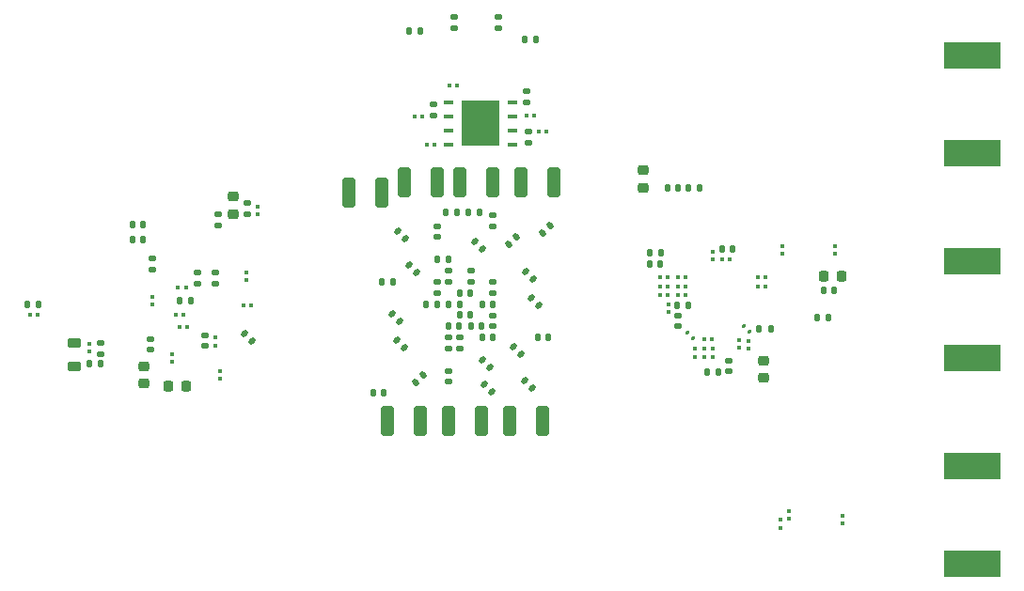
<source format=gbp>
%TF.GenerationSoftware,KiCad,Pcbnew,8.0.1*%
%TF.CreationDate,2024-04-14T19:48:43+02:00*%
%TF.ProjectId,start_1,73746172-745f-4312-9e6b-696361645f70,rev?*%
%TF.SameCoordinates,Original*%
%TF.FileFunction,Paste,Bot*%
%TF.FilePolarity,Positive*%
%FSLAX46Y46*%
G04 Gerber Fmt 4.6, Leading zero omitted, Abs format (unit mm)*
G04 Created by KiCad (PCBNEW 8.0.1) date 2024-04-14 19:48:43*
%MOMM*%
%LPD*%
G01*
G04 APERTURE LIST*
G04 Aperture macros list*
%AMRoundRect*
0 Rectangle with rounded corners*
0 $1 Rounding radius*
0 $2 $3 $4 $5 $6 $7 $8 $9 X,Y pos of 4 corners*
0 Add a 4 corners polygon primitive as box body*
4,1,4,$2,$3,$4,$5,$6,$7,$8,$9,$2,$3,0*
0 Add four circle primitives for the rounded corners*
1,1,$1+$1,$2,$3*
1,1,$1+$1,$4,$5*
1,1,$1+$1,$6,$7*
1,1,$1+$1,$8,$9*
0 Add four rect primitives between the rounded corners*
20,1,$1+$1,$2,$3,$4,$5,0*
20,1,$1+$1,$4,$5,$6,$7,0*
20,1,$1+$1,$6,$7,$8,$9,0*
20,1,$1+$1,$8,$9,$2,$3,0*%
G04 Aperture macros list end*
%ADD10C,0.000000*%
%ADD11R,0.965200X0.431800*%
%ADD12R,3.454400X4.038600*%
%ADD13R,5.080000X2.420000*%
%ADD14RoundRect,0.140000X-0.140000X-0.170000X0.140000X-0.170000X0.140000X0.170000X-0.140000X0.170000X0*%
%ADD15RoundRect,0.079500X0.127279X0.014849X0.014849X0.127279X-0.127279X-0.014849X-0.014849X-0.127279X0*%
%ADD16RoundRect,0.147500X0.147500X0.172500X-0.147500X0.172500X-0.147500X-0.172500X0.147500X-0.172500X0*%
%ADD17RoundRect,0.079500X-0.100500X0.079500X-0.100500X-0.079500X0.100500X-0.079500X0.100500X0.079500X0*%
%ADD18RoundRect,0.140000X-0.170000X0.140000X-0.170000X-0.140000X0.170000X-0.140000X0.170000X0.140000X0*%
%ADD19RoundRect,0.140000X0.140000X0.170000X-0.140000X0.170000X-0.140000X-0.170000X0.140000X-0.170000X0*%
%ADD20RoundRect,0.140000X0.219203X0.021213X0.021213X0.219203X-0.219203X-0.021213X-0.021213X-0.219203X0*%
%ADD21RoundRect,0.135000X0.135000X0.185000X-0.135000X0.185000X-0.135000X-0.185000X0.135000X-0.185000X0*%
%ADD22RoundRect,0.218750X-0.381250X0.218750X-0.381250X-0.218750X0.381250X-0.218750X0.381250X0.218750X0*%
%ADD23RoundRect,0.079500X0.100500X-0.079500X0.100500X0.079500X-0.100500X0.079500X-0.100500X-0.079500X0*%
%ADD24RoundRect,0.140000X-0.219203X-0.021213X-0.021213X-0.219203X0.219203X0.021213X0.021213X0.219203X0*%
%ADD25RoundRect,0.250000X0.325000X1.100000X-0.325000X1.100000X-0.325000X-1.100000X0.325000X-1.100000X0*%
%ADD26RoundRect,0.140000X0.170000X-0.140000X0.170000X0.140000X-0.170000X0.140000X-0.170000X-0.140000X0*%
%ADD27RoundRect,0.147500X-0.147500X-0.172500X0.147500X-0.172500X0.147500X0.172500X-0.147500X0.172500X0*%
%ADD28RoundRect,0.135000X0.185000X-0.135000X0.185000X0.135000X-0.185000X0.135000X-0.185000X-0.135000X0*%
%ADD29RoundRect,0.250000X-0.325000X-1.100000X0.325000X-1.100000X0.325000X1.100000X-0.325000X1.100000X0*%
%ADD30RoundRect,0.079500X0.079500X0.100500X-0.079500X0.100500X-0.079500X-0.100500X0.079500X-0.100500X0*%
%ADD31RoundRect,0.135000X-0.135000X-0.185000X0.135000X-0.185000X0.135000X0.185000X-0.135000X0.185000X0*%
%ADD32RoundRect,0.135000X-0.185000X0.135000X-0.185000X-0.135000X0.185000X-0.135000X0.185000X0.135000X0*%
%ADD33RoundRect,0.225000X0.250000X-0.225000X0.250000X0.225000X-0.250000X0.225000X-0.250000X-0.225000X0*%
%ADD34RoundRect,0.079500X-0.079500X-0.100500X0.079500X-0.100500X0.079500X0.100500X-0.079500X0.100500X0*%
%ADD35RoundRect,0.147500X0.172500X-0.147500X0.172500X0.147500X-0.172500X0.147500X-0.172500X-0.147500X0*%
%ADD36RoundRect,0.225000X-0.250000X0.225000X-0.250000X-0.225000X0.250000X-0.225000X0.250000X0.225000X0*%
%ADD37RoundRect,0.140000X-0.021213X0.219203X-0.219203X0.021213X0.021213X-0.219203X0.219203X-0.021213X0*%
%ADD38RoundRect,0.147500X-0.172500X0.147500X-0.172500X-0.147500X0.172500X-0.147500X0.172500X0.147500X0*%
%ADD39RoundRect,0.225000X0.225000X0.250000X-0.225000X0.250000X-0.225000X-0.250000X0.225000X-0.250000X0*%
%ADD40RoundRect,0.140000X0.021213X-0.219203X0.219203X-0.021213X-0.021213X0.219203X-0.219203X0.021213X0*%
%ADD41RoundRect,0.225000X-0.225000X-0.250000X0.225000X-0.250000X0.225000X0.250000X-0.225000X0.250000X0*%
G04 APERTURE END LIST*
D10*
%TO.C,U2*%
G36*
X186527200Y-171964157D02*
G01*
X185000000Y-171964157D01*
X185000000Y-170817957D01*
X186527200Y-170817957D01*
X186527200Y-171964157D01*
G37*
G36*
X186527200Y-173310357D02*
G01*
X185000000Y-173310357D01*
X185000000Y-172164157D01*
X186527200Y-172164157D01*
X186527200Y-173310357D01*
G37*
G36*
X186527200Y-174656557D02*
G01*
X185000000Y-174656557D01*
X185000000Y-173510357D01*
X186527200Y-173510357D01*
X186527200Y-174656557D01*
G37*
G36*
X184800000Y-171964157D02*
G01*
X183272800Y-171964157D01*
X183272800Y-170817957D01*
X184800000Y-170817957D01*
X184800000Y-171964157D01*
G37*
G36*
X184800000Y-173310357D02*
G01*
X183272800Y-173310357D01*
X183272800Y-172164157D01*
X184800000Y-172164157D01*
X184800000Y-173310357D01*
G37*
G36*
X184800000Y-174656557D02*
G01*
X183272800Y-174656557D01*
X183272800Y-173510357D01*
X184800000Y-173510357D01*
X184800000Y-174656557D01*
G37*
%TD*%
D11*
%TO.C,U2*%
X187770200Y-170832257D03*
X187770200Y-172102257D03*
X187770200Y-173372257D03*
X187770200Y-174642257D03*
X182029800Y-174642257D03*
X182029800Y-173372257D03*
X182029800Y-172102257D03*
X182029800Y-170832257D03*
D12*
X184900000Y-172737257D03*
%TD*%
D13*
%TO.C,J3*%
X229130000Y-193880000D03*
X229130000Y-185120000D03*
%TD*%
%TO.C,J4*%
X229130000Y-212380000D03*
X229130000Y-203620000D03*
%TD*%
%TO.C,J5*%
X229130000Y-175380000D03*
X229130000Y-166620000D03*
%TD*%
D14*
%TO.C,C42*%
X183020000Y-188000000D03*
X183980000Y-188000000D03*
%TD*%
D15*
%TO.C,C149*%
X208582322Y-190982322D03*
X209070226Y-191470226D03*
%TD*%
D16*
%TO.C,FB8*%
X204585000Y-178500000D03*
X203615000Y-178500000D03*
%TD*%
D17*
%TO.C,C143*%
X209000000Y-193045000D03*
X209000000Y-192355000D03*
%TD*%
D18*
%TO.C,C9*%
X186000000Y-181020000D03*
X186000000Y-181980000D03*
%TD*%
D14*
%TO.C,C40*%
X183020000Y-190000000D03*
X183980000Y-190000000D03*
%TD*%
D17*
%TO.C,C132*%
X201800000Y-189745000D03*
X201800000Y-189055000D03*
%TD*%
D19*
%TO.C,C16*%
X181980000Y-185000000D03*
X181020000Y-185000000D03*
%TD*%
D20*
%TO.C,C71*%
X164339411Y-192339411D03*
X163660589Y-191660589D03*
%TD*%
D21*
%TO.C,R16*%
X150710000Y-194400000D03*
X149690000Y-194400000D03*
%TD*%
D14*
%TO.C,C41*%
X184020000Y-191000000D03*
X184980000Y-191000000D03*
%TD*%
D22*
%TO.C,FB4*%
X148300000Y-192537500D03*
X148300000Y-194662500D03*
%TD*%
D23*
%TO.C,C70*%
X157100000Y-193535000D03*
X157100000Y-194225000D03*
%TD*%
D24*
%TO.C,C39*%
X188860589Y-195860589D03*
X189539411Y-196539411D03*
%TD*%
D25*
%TO.C,C18*%
X184975000Y-199500000D03*
X182025000Y-199500000D03*
%TD*%
D18*
%TO.C,C30*%
X182000000Y-195020000D03*
X182000000Y-195980000D03*
%TD*%
D25*
%TO.C,C6*%
X185975000Y-178000000D03*
X183025000Y-178000000D03*
%TD*%
D26*
%TO.C,C67*%
X155200000Y-193130000D03*
X155200000Y-192170000D03*
%TD*%
D19*
%TO.C,C37*%
X186000000Y-189000000D03*
X185040000Y-189000000D03*
%TD*%
D27*
%TO.C,FB5*%
X215765000Y-187750000D03*
X216735000Y-187750000D03*
%TD*%
D28*
%TO.C,R17*%
X161000000Y-187210000D03*
X161000000Y-186190000D03*
%TD*%
D19*
%TO.C,C64*%
X154480000Y-183200000D03*
X153520000Y-183200000D03*
%TD*%
D29*
%TO.C,C1*%
X178025000Y-178000000D03*
X180975000Y-178000000D03*
%TD*%
D17*
%TO.C,C136*%
X204200000Y-193745000D03*
X204200000Y-193055000D03*
%TD*%
D20*
%TO.C,C26*%
X178039411Y-192939411D03*
X177360589Y-192260589D03*
%TD*%
D30*
%TO.C,C139*%
X206655000Y-185000000D03*
X207345000Y-185000000D03*
%TD*%
D17*
%TO.C,C57*%
X163800000Y-186865000D03*
X163800000Y-186175000D03*
%TD*%
D31*
%TO.C,R10*%
X183790000Y-180700000D03*
X184810000Y-180700000D03*
%TD*%
D32*
%TO.C,R8*%
X182500000Y-163090000D03*
X182500000Y-164110000D03*
%TD*%
D33*
%TO.C,C130*%
X199500000Y-178500000D03*
X199500000Y-176950000D03*
%TD*%
D17*
%TO.C,C58*%
X149700000Y-193245000D03*
X149700000Y-192555000D03*
%TD*%
D34*
%TO.C,C66*%
X158165000Y-190000000D03*
X157475000Y-190000000D03*
%TD*%
D18*
%TO.C,C52*%
X159400000Y-186200000D03*
X159400000Y-187160000D03*
%TD*%
D21*
%TO.C,R9*%
X189910000Y-165200000D03*
X188890000Y-165200000D03*
%TD*%
D14*
%TO.C,C10*%
X176020000Y-187000000D03*
X176980000Y-187000000D03*
%TD*%
D30*
%TO.C,C73*%
X163535000Y-189100000D03*
X164225000Y-189100000D03*
%TD*%
D15*
%TO.C,C151*%
X203556048Y-191556048D03*
X204043952Y-192043952D03*
%TD*%
D26*
%TO.C,C22*%
X182000000Y-192980000D03*
X182000000Y-192020000D03*
%TD*%
D14*
%TO.C,C140*%
X200120000Y-185400000D03*
X201080000Y-185400000D03*
%TD*%
D19*
%TO.C,C27*%
X190980000Y-192000000D03*
X190020000Y-192000000D03*
%TD*%
D32*
%TO.C,R2*%
X180624200Y-171027258D03*
X180624200Y-172047258D03*
%TD*%
D26*
%TO.C,C44*%
X186000000Y-190980000D03*
X186000000Y-190020000D03*
%TD*%
D32*
%TO.C,R13*%
X186500000Y-163090000D03*
X186500000Y-164110000D03*
%TD*%
D26*
%TO.C,C53*%
X160100000Y-192800000D03*
X160100000Y-191840000D03*
%TD*%
D29*
%TO.C,C24*%
X176525000Y-199500000D03*
X179475000Y-199500000D03*
%TD*%
D14*
%TO.C,C12*%
X182040000Y-189000000D03*
X183000000Y-189000000D03*
%TD*%
D26*
%TO.C,C15*%
X181000000Y-187980000D03*
X181000000Y-187020000D03*
%TD*%
D31*
%TO.C,R33*%
X200090000Y-184400000D03*
X201110000Y-184400000D03*
%TD*%
D18*
%TO.C,C8*%
X186000000Y-187020000D03*
X186000000Y-187980000D03*
%TD*%
D23*
%TO.C,C112*%
X216800000Y-183755000D03*
X216800000Y-184445000D03*
%TD*%
D18*
%TO.C,C43*%
X183000000Y-192020000D03*
X183000000Y-192980000D03*
%TD*%
D30*
%TO.C,C134*%
X201055000Y-186600000D03*
X201745000Y-186600000D03*
%TD*%
D14*
%TO.C,C23*%
X182000000Y-191000000D03*
X182960000Y-191000000D03*
%TD*%
D18*
%TO.C,C20*%
X181000000Y-182020000D03*
X181000000Y-182980000D03*
%TD*%
D30*
%TO.C,C152*%
X201055000Y-187400000D03*
X201745000Y-187400000D03*
%TD*%
D23*
%TO.C,C65*%
X155300000Y-188335000D03*
X155300000Y-189025000D03*
%TD*%
D33*
%TO.C,C51*%
X162600000Y-180875000D03*
X162600000Y-179325000D03*
%TD*%
D35*
%TO.C,FB3*%
X161300000Y-181900000D03*
X161300000Y-180930000D03*
%TD*%
D30*
%TO.C,C153*%
X201055000Y-188200000D03*
X201745000Y-188200000D03*
%TD*%
D20*
%TO.C,C33*%
X190113137Y-189113137D03*
X189434315Y-188434315D03*
%TD*%
D36*
%TO.C,C49*%
X154600000Y-194625000D03*
X154600000Y-196175000D03*
%TD*%
D14*
%TO.C,C54*%
X153520000Y-181800000D03*
X154480000Y-181800000D03*
%TD*%
D27*
%TO.C,FB2*%
X144115000Y-189000000D03*
X145085000Y-189000000D03*
%TD*%
D34*
%TO.C,C68*%
X158445000Y-191100000D03*
X157755000Y-191100000D03*
%TD*%
D23*
%TO.C,C120*%
X211900000Y-208455000D03*
X211900000Y-209145000D03*
%TD*%
D37*
%TO.C,C5*%
X188139411Y-182910589D03*
X187460589Y-183589411D03*
%TD*%
D34*
%TO.C,C56*%
X158345000Y-187500000D03*
X157655000Y-187500000D03*
%TD*%
D38*
%TO.C,FB7*%
X202650000Y-190015000D03*
X202650000Y-190985000D03*
%TD*%
D26*
%TO.C,C55*%
X163900000Y-180880000D03*
X163900000Y-179920000D03*
%TD*%
D24*
%TO.C,C32*%
X176910589Y-189860589D03*
X177589411Y-190539411D03*
%TD*%
D30*
%TO.C,C148*%
X209855000Y-186600000D03*
X210545000Y-186600000D03*
%TD*%
D26*
%TO.C,C19*%
X182000000Y-186980000D03*
X182000000Y-186020000D03*
%TD*%
D24*
%TO.C,C21*%
X188960589Y-186060589D03*
X189639411Y-186739411D03*
%TD*%
D34*
%TO.C,C147*%
X203345000Y-187400000D03*
X202655000Y-187400000D03*
%TD*%
D20*
%TO.C,C4*%
X179100000Y-186139411D03*
X178421178Y-185460589D03*
%TD*%
D34*
%TO.C,C47*%
X182745000Y-169337258D03*
X182055000Y-169337258D03*
%TD*%
D21*
%TO.C,R12*%
X179510000Y-164400000D03*
X178490000Y-164400000D03*
%TD*%
D34*
%TO.C,R5*%
X189745000Y-172037258D03*
X189055000Y-172037258D03*
%TD*%
D23*
%TO.C,C61*%
X164800000Y-180255000D03*
X164800000Y-180945000D03*
%TD*%
D26*
%TO.C,C46*%
X184000000Y-186980000D03*
X184000000Y-186020000D03*
%TD*%
D24*
%TO.C,C36*%
X185060589Y-194060589D03*
X185739411Y-194739411D03*
%TD*%
D39*
%TO.C,C50*%
X158350000Y-196400000D03*
X156800000Y-196400000D03*
%TD*%
D40*
%TO.C,C28*%
X179060589Y-196039411D03*
X179739411Y-195360589D03*
%TD*%
D23*
%TO.C,C63*%
X161000000Y-192035000D03*
X161000000Y-192725000D03*
%TD*%
%TO.C,C146*%
X205800000Y-184255000D03*
X205800000Y-184945000D03*
%TD*%
D30*
%TO.C,R7*%
X178955000Y-172137258D03*
X179645000Y-172137258D03*
%TD*%
D23*
%TO.C,C124*%
X217500000Y-208055000D03*
X217500000Y-208745000D03*
%TD*%
D34*
%TO.C,C137*%
X203345000Y-186600000D03*
X202655000Y-186600000D03*
%TD*%
D17*
%TO.C,C133*%
X205000000Y-193745000D03*
X205000000Y-193055000D03*
%TD*%
D21*
%TO.C,R37*%
X211010000Y-191200000D03*
X209990000Y-191200000D03*
%TD*%
D17*
%TO.C,C135*%
X208200000Y-192945000D03*
X208200000Y-192255000D03*
%TD*%
D19*
%TO.C,C35*%
X176160000Y-197000000D03*
X175200000Y-197000000D03*
%TD*%
D20*
%TO.C,C31*%
X185939411Y-196939411D03*
X185260589Y-196260589D03*
%TD*%
D23*
%TO.C,C102*%
X212100000Y-183755000D03*
X212100000Y-184445000D03*
%TD*%
D21*
%TO.C,R11*%
X182810000Y-180700000D03*
X181790000Y-180700000D03*
%TD*%
D34*
%TO.C,C138*%
X203345000Y-188200000D03*
X202655000Y-188200000D03*
%TD*%
D25*
%TO.C,C2*%
X191475000Y-178000000D03*
X188525000Y-178000000D03*
%TD*%
D17*
%TO.C,C69*%
X161400000Y-195745000D03*
X161400000Y-195055000D03*
%TD*%
D20*
%TO.C,C13*%
X185039411Y-184039411D03*
X184360589Y-183360589D03*
%TD*%
D24*
%TO.C,C29*%
X187860589Y-192860589D03*
X188539411Y-193539411D03*
%TD*%
D32*
%TO.C,R1*%
X189000000Y-169827258D03*
X189000000Y-170847258D03*
%TD*%
D37*
%TO.C,C11*%
X191113137Y-181886863D03*
X190434315Y-182565685D03*
%TD*%
D34*
%TO.C,C142*%
X205745000Y-192200000D03*
X205055000Y-192200000D03*
%TD*%
D30*
%TO.C,R4*%
X180079200Y-174637257D03*
X180769200Y-174637257D03*
%TD*%
D14*
%TO.C,C145*%
X202620000Y-189100000D03*
X203580000Y-189100000D03*
%TD*%
D20*
%TO.C,C7*%
X178100000Y-183139411D03*
X177421178Y-182460589D03*
%TD*%
D31*
%TO.C,R14*%
X157790000Y-188700000D03*
X158810000Y-188700000D03*
%TD*%
D41*
%TO.C,C99*%
X215825000Y-186500000D03*
X217375000Y-186500000D03*
%TD*%
D28*
%TO.C,R3*%
X189200000Y-174447257D03*
X189200000Y-173427257D03*
%TD*%
D17*
%TO.C,C131*%
X205800000Y-193745000D03*
X205800000Y-193055000D03*
%TD*%
D14*
%TO.C,C45*%
X185020000Y-192000000D03*
X185980000Y-192000000D03*
%TD*%
D29*
%TO.C,C25*%
X187525000Y-199500000D03*
X190475000Y-199500000D03*
%TD*%
D26*
%TO.C,C62*%
X155300000Y-185880000D03*
X155300000Y-184920000D03*
%TD*%
D19*
%TO.C,C144*%
X207600000Y-184000000D03*
X206640000Y-184000000D03*
%TD*%
D26*
%TO.C,C141*%
X207200000Y-195080000D03*
X207200000Y-194120000D03*
%TD*%
D34*
%TO.C,R6*%
X190845000Y-173437258D03*
X190155000Y-173437258D03*
%TD*%
%TO.C,C48*%
X145045000Y-190000000D03*
X144355000Y-190000000D03*
%TD*%
D25*
%TO.C,C3*%
X175999999Y-179000000D03*
X173049999Y-179000000D03*
%TD*%
D14*
%TO.C,C38*%
X180000000Y-189000000D03*
X180960000Y-189000000D03*
%TD*%
D21*
%TO.C,R36*%
X216210000Y-190200000D03*
X215190000Y-190200000D03*
%TD*%
D28*
%TO.C,R15*%
X150700000Y-193510000D03*
X150700000Y-192490000D03*
%TD*%
D19*
%TO.C,C150*%
X202680000Y-178500000D03*
X201720000Y-178500000D03*
%TD*%
D21*
%TO.C,R34*%
X206310000Y-195100000D03*
X205290000Y-195100000D03*
%TD*%
D23*
%TO.C,C123*%
X212700000Y-207655000D03*
X212700000Y-208345000D03*
%TD*%
D30*
%TO.C,C101*%
X209855000Y-187400000D03*
X210545000Y-187400000D03*
%TD*%
D36*
%TO.C,C129*%
X210400000Y-194125000D03*
X210400000Y-195675000D03*
%TD*%
M02*

</source>
